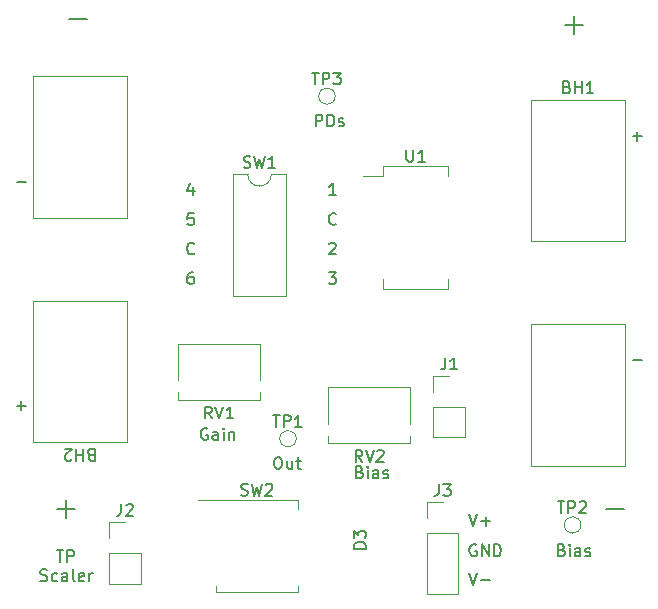
<source format=gbr>
%TF.GenerationSoftware,KiCad,Pcbnew,(6.0.11)*%
%TF.CreationDate,2023-02-15T13:18:50+01:00*%
%TF.ProjectId,FringeLocker,4672696e-6765-44c6-9f63-6b65722e6b69,0.1*%
%TF.SameCoordinates,Original*%
%TF.FileFunction,Legend,Top*%
%TF.FilePolarity,Positive*%
%FSLAX46Y46*%
G04 Gerber Fmt 4.6, Leading zero omitted, Abs format (unit mm)*
G04 Created by KiCad (PCBNEW (6.0.11)) date 2023-02-15 13:18:50*
%MOMM*%
%LPD*%
G01*
G04 APERTURE LIST*
%ADD10C,0.150000*%
%ADD11C,0.120000*%
%ADD12C,0.100000*%
G04 APERTURE END LIST*
D10*
X114738095Y-100142857D02*
X116261904Y-100142857D01*
X115500000Y-100904761D02*
X115500000Y-99380952D01*
X115738095Y-58642857D02*
X117261904Y-58642857D01*
X161238095Y-100142857D02*
X162761904Y-100142857D01*
X157738095Y-59142857D02*
X159261904Y-59142857D01*
X158500000Y-59904761D02*
X158500000Y-58380952D01*
X133366666Y-95752380D02*
X133557142Y-95752380D01*
X133652380Y-95800000D01*
X133747619Y-95895238D01*
X133795238Y-96085714D01*
X133795238Y-96419047D01*
X133747619Y-96609523D01*
X133652380Y-96704761D01*
X133557142Y-96752380D01*
X133366666Y-96752380D01*
X133271428Y-96704761D01*
X133176190Y-96609523D01*
X133128571Y-96419047D01*
X133128571Y-96085714D01*
X133176190Y-95895238D01*
X133271428Y-95800000D01*
X133366666Y-95752380D01*
X134652380Y-96085714D02*
X134652380Y-96752380D01*
X134223809Y-96085714D02*
X134223809Y-96609523D01*
X134271428Y-96704761D01*
X134366666Y-96752380D01*
X134509523Y-96752380D01*
X134604761Y-96704761D01*
X134652380Y-96657142D01*
X134985714Y-96085714D02*
X135366666Y-96085714D01*
X135128571Y-95752380D02*
X135128571Y-96609523D01*
X135176190Y-96704761D01*
X135271428Y-96752380D01*
X135366666Y-96752380D01*
X149647619Y-100552380D02*
X149980952Y-101552380D01*
X150314285Y-100552380D01*
X150647619Y-101171428D02*
X151409523Y-101171428D01*
X151028571Y-101552380D02*
X151028571Y-100790476D01*
X114714285Y-103647380D02*
X115285714Y-103647380D01*
X115000000Y-104647380D02*
X115000000Y-103647380D01*
X115619047Y-104647380D02*
X115619047Y-103647380D01*
X116000000Y-103647380D01*
X116095238Y-103695000D01*
X116142857Y-103742619D01*
X116190476Y-103837857D01*
X116190476Y-103980714D01*
X116142857Y-104075952D01*
X116095238Y-104123571D01*
X116000000Y-104171190D01*
X115619047Y-104171190D01*
X113333333Y-106209761D02*
X113476190Y-106257380D01*
X113714285Y-106257380D01*
X113809523Y-106209761D01*
X113857142Y-106162142D01*
X113904761Y-106066904D01*
X113904761Y-105971666D01*
X113857142Y-105876428D01*
X113809523Y-105828809D01*
X113714285Y-105781190D01*
X113523809Y-105733571D01*
X113428571Y-105685952D01*
X113380952Y-105638333D01*
X113333333Y-105543095D01*
X113333333Y-105447857D01*
X113380952Y-105352619D01*
X113428571Y-105305000D01*
X113523809Y-105257380D01*
X113761904Y-105257380D01*
X113904761Y-105305000D01*
X114761904Y-106209761D02*
X114666666Y-106257380D01*
X114476190Y-106257380D01*
X114380952Y-106209761D01*
X114333333Y-106162142D01*
X114285714Y-106066904D01*
X114285714Y-105781190D01*
X114333333Y-105685952D01*
X114380952Y-105638333D01*
X114476190Y-105590714D01*
X114666666Y-105590714D01*
X114761904Y-105638333D01*
X115619047Y-106257380D02*
X115619047Y-105733571D01*
X115571428Y-105638333D01*
X115476190Y-105590714D01*
X115285714Y-105590714D01*
X115190476Y-105638333D01*
X115619047Y-106209761D02*
X115523809Y-106257380D01*
X115285714Y-106257380D01*
X115190476Y-106209761D01*
X115142857Y-106114523D01*
X115142857Y-106019285D01*
X115190476Y-105924047D01*
X115285714Y-105876428D01*
X115523809Y-105876428D01*
X115619047Y-105828809D01*
X116238095Y-106257380D02*
X116142857Y-106209761D01*
X116095238Y-106114523D01*
X116095238Y-105257380D01*
X117000000Y-106209761D02*
X116904761Y-106257380D01*
X116714285Y-106257380D01*
X116619047Y-106209761D01*
X116571428Y-106114523D01*
X116571428Y-105733571D01*
X116619047Y-105638333D01*
X116714285Y-105590714D01*
X116904761Y-105590714D01*
X117000000Y-105638333D01*
X117047619Y-105733571D01*
X117047619Y-105828809D01*
X116571428Y-105924047D01*
X117476190Y-106257380D02*
X117476190Y-105590714D01*
X117476190Y-105781190D02*
X117523809Y-105685952D01*
X117571428Y-105638333D01*
X117666666Y-105590714D01*
X117761904Y-105590714D01*
X127464047Y-93337500D02*
X127368809Y-93289880D01*
X127225952Y-93289880D01*
X127083095Y-93337500D01*
X126987857Y-93432738D01*
X126940238Y-93527976D01*
X126892619Y-93718452D01*
X126892619Y-93861309D01*
X126940238Y-94051785D01*
X126987857Y-94147023D01*
X127083095Y-94242261D01*
X127225952Y-94289880D01*
X127321190Y-94289880D01*
X127464047Y-94242261D01*
X127511666Y-94194642D01*
X127511666Y-93861309D01*
X127321190Y-93861309D01*
X128368809Y-94289880D02*
X128368809Y-93766071D01*
X128321190Y-93670833D01*
X128225952Y-93623214D01*
X128035476Y-93623214D01*
X127940238Y-93670833D01*
X128368809Y-94242261D02*
X128273571Y-94289880D01*
X128035476Y-94289880D01*
X127940238Y-94242261D01*
X127892619Y-94147023D01*
X127892619Y-94051785D01*
X127940238Y-93956547D01*
X128035476Y-93908928D01*
X128273571Y-93908928D01*
X128368809Y-93861309D01*
X128845000Y-94289880D02*
X128845000Y-93623214D01*
X128845000Y-93289880D02*
X128797380Y-93337500D01*
X128845000Y-93385119D01*
X128892619Y-93337500D01*
X128845000Y-93289880D01*
X128845000Y-93385119D01*
X129321190Y-93623214D02*
X129321190Y-94289880D01*
X129321190Y-93718452D02*
X129368809Y-93670833D01*
X129464047Y-93623214D01*
X129606904Y-93623214D01*
X129702142Y-93670833D01*
X129749761Y-93766071D01*
X129749761Y-94289880D01*
X149647619Y-105552380D02*
X149980952Y-106552380D01*
X150314285Y-105552380D01*
X150647619Y-106171428D02*
X151409523Y-106171428D01*
X150238095Y-103200000D02*
X150142857Y-103152380D01*
X150000000Y-103152380D01*
X149857142Y-103200000D01*
X149761904Y-103295238D01*
X149714285Y-103390476D01*
X149666666Y-103580952D01*
X149666666Y-103723809D01*
X149714285Y-103914285D01*
X149761904Y-104009523D01*
X149857142Y-104104761D01*
X150000000Y-104152380D01*
X150095238Y-104152380D01*
X150238095Y-104104761D01*
X150285714Y-104057142D01*
X150285714Y-103723809D01*
X150095238Y-103723809D01*
X150714285Y-104152380D02*
X150714285Y-103152380D01*
X151285714Y-104152380D01*
X151285714Y-103152380D01*
X151761904Y-104152380D02*
X151761904Y-103152380D01*
X152000000Y-103152380D01*
X152142857Y-103200000D01*
X152238095Y-103295238D01*
X152285714Y-103390476D01*
X152333333Y-103580952D01*
X152333333Y-103723809D01*
X152285714Y-103914285D01*
X152238095Y-104009523D01*
X152142857Y-104104761D01*
X152000000Y-104152380D01*
X151761904Y-104152380D01*
X140376190Y-97028571D02*
X140519047Y-97076190D01*
X140566666Y-97123809D01*
X140614285Y-97219047D01*
X140614285Y-97361904D01*
X140566666Y-97457142D01*
X140519047Y-97504761D01*
X140423809Y-97552380D01*
X140042857Y-97552380D01*
X140042857Y-96552380D01*
X140376190Y-96552380D01*
X140471428Y-96600000D01*
X140519047Y-96647619D01*
X140566666Y-96742857D01*
X140566666Y-96838095D01*
X140519047Y-96933333D01*
X140471428Y-96980952D01*
X140376190Y-97028571D01*
X140042857Y-97028571D01*
X141042857Y-97552380D02*
X141042857Y-96885714D01*
X141042857Y-96552380D02*
X140995238Y-96600000D01*
X141042857Y-96647619D01*
X141090476Y-96600000D01*
X141042857Y-96552380D01*
X141042857Y-96647619D01*
X141947619Y-97552380D02*
X141947619Y-97028571D01*
X141900000Y-96933333D01*
X141804761Y-96885714D01*
X141614285Y-96885714D01*
X141519047Y-96933333D01*
X141947619Y-97504761D02*
X141852380Y-97552380D01*
X141614285Y-97552380D01*
X141519047Y-97504761D01*
X141471428Y-97409523D01*
X141471428Y-97314285D01*
X141519047Y-97219047D01*
X141614285Y-97171428D01*
X141852380Y-97171428D01*
X141947619Y-97123809D01*
X142376190Y-97504761D02*
X142471428Y-97552380D01*
X142661904Y-97552380D01*
X142757142Y-97504761D01*
X142804761Y-97409523D01*
X142804761Y-97361904D01*
X142757142Y-97266666D01*
X142661904Y-97219047D01*
X142519047Y-97219047D01*
X142423809Y-97171428D01*
X142376190Y-97076190D01*
X142376190Y-97028571D01*
X142423809Y-96933333D01*
X142519047Y-96885714D01*
X142661904Y-96885714D01*
X142757142Y-96933333D01*
X157476190Y-103628571D02*
X157619047Y-103676190D01*
X157666666Y-103723809D01*
X157714285Y-103819047D01*
X157714285Y-103961904D01*
X157666666Y-104057142D01*
X157619047Y-104104761D01*
X157523809Y-104152380D01*
X157142857Y-104152380D01*
X157142857Y-103152380D01*
X157476190Y-103152380D01*
X157571428Y-103200000D01*
X157619047Y-103247619D01*
X157666666Y-103342857D01*
X157666666Y-103438095D01*
X157619047Y-103533333D01*
X157571428Y-103580952D01*
X157476190Y-103628571D01*
X157142857Y-103628571D01*
X158142857Y-104152380D02*
X158142857Y-103485714D01*
X158142857Y-103152380D02*
X158095238Y-103200000D01*
X158142857Y-103247619D01*
X158190476Y-103200000D01*
X158142857Y-103152380D01*
X158142857Y-103247619D01*
X159047619Y-104152380D02*
X159047619Y-103628571D01*
X159000000Y-103533333D01*
X158904761Y-103485714D01*
X158714285Y-103485714D01*
X158619047Y-103533333D01*
X159047619Y-104104761D02*
X158952380Y-104152380D01*
X158714285Y-104152380D01*
X158619047Y-104104761D01*
X158571428Y-104009523D01*
X158571428Y-103914285D01*
X158619047Y-103819047D01*
X158714285Y-103771428D01*
X158952380Y-103771428D01*
X159047619Y-103723809D01*
X159476190Y-104104761D02*
X159571428Y-104152380D01*
X159761904Y-104152380D01*
X159857142Y-104104761D01*
X159904761Y-104009523D01*
X159904761Y-103961904D01*
X159857142Y-103866666D01*
X159761904Y-103819047D01*
X159619047Y-103819047D01*
X159523809Y-103771428D01*
X159476190Y-103676190D01*
X159476190Y-103628571D01*
X159523809Y-103533333D01*
X159619047Y-103485714D01*
X159761904Y-103485714D01*
X159857142Y-103533333D01*
X136633333Y-67752380D02*
X136633333Y-66752380D01*
X137014285Y-66752380D01*
X137109523Y-66800000D01*
X137157142Y-66847619D01*
X137204761Y-66942857D01*
X137204761Y-67085714D01*
X137157142Y-67180952D01*
X137109523Y-67228571D01*
X137014285Y-67276190D01*
X136633333Y-67276190D01*
X137633333Y-67752380D02*
X137633333Y-66752380D01*
X137871428Y-66752380D01*
X138014285Y-66800000D01*
X138109523Y-66895238D01*
X138157142Y-66990476D01*
X138204761Y-67180952D01*
X138204761Y-67323809D01*
X138157142Y-67514285D01*
X138109523Y-67609523D01*
X138014285Y-67704761D01*
X137871428Y-67752380D01*
X137633333Y-67752380D01*
X138585714Y-67704761D02*
X138680952Y-67752380D01*
X138871428Y-67752380D01*
X138966666Y-67704761D01*
X139014285Y-67609523D01*
X139014285Y-67561904D01*
X138966666Y-67466666D01*
X138871428Y-67419047D01*
X138728571Y-67419047D01*
X138633333Y-67371428D01*
X138585714Y-67276190D01*
X138585714Y-67228571D01*
X138633333Y-67133333D01*
X138728571Y-67085714D01*
X138871428Y-67085714D01*
X138966666Y-67133333D01*
%TO.C,TP2*%
X157138095Y-99504380D02*
X157709523Y-99504380D01*
X157423809Y-100504380D02*
X157423809Y-99504380D01*
X158042857Y-100504380D02*
X158042857Y-99504380D01*
X158423809Y-99504380D01*
X158519047Y-99552000D01*
X158566666Y-99599619D01*
X158614285Y-99694857D01*
X158614285Y-99837714D01*
X158566666Y-99932952D01*
X158519047Y-99980571D01*
X158423809Y-100028190D01*
X158042857Y-100028190D01*
X158995238Y-99599619D02*
X159042857Y-99552000D01*
X159138095Y-99504380D01*
X159376190Y-99504380D01*
X159471428Y-99552000D01*
X159519047Y-99599619D01*
X159566666Y-99694857D01*
X159566666Y-99790095D01*
X159519047Y-99932952D01*
X158947619Y-100504380D01*
X159566666Y-100504380D01*
%TO.C,RV2*%
X140589761Y-96159880D02*
X140256428Y-95683690D01*
X140018333Y-96159880D02*
X140018333Y-95159880D01*
X140399285Y-95159880D01*
X140494523Y-95207500D01*
X140542142Y-95255119D01*
X140589761Y-95350357D01*
X140589761Y-95493214D01*
X140542142Y-95588452D01*
X140494523Y-95636071D01*
X140399285Y-95683690D01*
X140018333Y-95683690D01*
X140875476Y-95159880D02*
X141208809Y-96159880D01*
X141542142Y-95159880D01*
X141827857Y-95255119D02*
X141875476Y-95207500D01*
X141970714Y-95159880D01*
X142208809Y-95159880D01*
X142304047Y-95207500D01*
X142351666Y-95255119D01*
X142399285Y-95350357D01*
X142399285Y-95445595D01*
X142351666Y-95588452D01*
X141780238Y-96159880D01*
X142399285Y-96159880D01*
%TO.C,J1*%
X147611666Y-87334880D02*
X147611666Y-88049166D01*
X147564047Y-88192023D01*
X147468809Y-88287261D01*
X147325952Y-88334880D01*
X147230714Y-88334880D01*
X148611666Y-88334880D02*
X148040238Y-88334880D01*
X148325952Y-88334880D02*
X148325952Y-87334880D01*
X148230714Y-87477738D01*
X148135476Y-87572976D01*
X148040238Y-87620595D01*
%TO.C,BH1*%
X157921428Y-64428571D02*
X158064285Y-64476190D01*
X158111904Y-64523809D01*
X158159523Y-64619047D01*
X158159523Y-64761904D01*
X158111904Y-64857142D01*
X158064285Y-64904761D01*
X157969047Y-64952380D01*
X157588095Y-64952380D01*
X157588095Y-63952380D01*
X157921428Y-63952380D01*
X158016666Y-64000000D01*
X158064285Y-64047619D01*
X158111904Y-64142857D01*
X158111904Y-64238095D01*
X158064285Y-64333333D01*
X158016666Y-64380952D01*
X157921428Y-64428571D01*
X157588095Y-64428571D01*
X158588095Y-64952380D02*
X158588095Y-63952380D01*
X158588095Y-64428571D02*
X159159523Y-64428571D01*
X159159523Y-64952380D02*
X159159523Y-63952380D01*
X160159523Y-64952380D02*
X159588095Y-64952380D01*
X159873809Y-64952380D02*
X159873809Y-63952380D01*
X159778571Y-64095238D01*
X159683333Y-64190476D01*
X159588095Y-64238095D01*
X163469047Y-87571428D02*
X164230952Y-87571428D01*
X163469047Y-68571428D02*
X164230952Y-68571428D01*
X163850000Y-68952380D02*
X163850000Y-68190476D01*
%TO.C,J3*%
X147066666Y-98042380D02*
X147066666Y-98756666D01*
X147019047Y-98899523D01*
X146923809Y-98994761D01*
X146780952Y-99042380D01*
X146685714Y-99042380D01*
X147447619Y-98042380D02*
X148066666Y-98042380D01*
X147733333Y-98423333D01*
X147876190Y-98423333D01*
X147971428Y-98470952D01*
X148019047Y-98518571D01*
X148066666Y-98613809D01*
X148066666Y-98851904D01*
X148019047Y-98947142D01*
X147971428Y-98994761D01*
X147876190Y-99042380D01*
X147590476Y-99042380D01*
X147495238Y-98994761D01*
X147447619Y-98947142D01*
%TO.C,RV1*%
X127864761Y-92484880D02*
X127531428Y-92008690D01*
X127293333Y-92484880D02*
X127293333Y-91484880D01*
X127674285Y-91484880D01*
X127769523Y-91532500D01*
X127817142Y-91580119D01*
X127864761Y-91675357D01*
X127864761Y-91818214D01*
X127817142Y-91913452D01*
X127769523Y-91961071D01*
X127674285Y-92008690D01*
X127293333Y-92008690D01*
X128150476Y-91484880D02*
X128483809Y-92484880D01*
X128817142Y-91484880D01*
X129674285Y-92484880D02*
X129102857Y-92484880D01*
X129388571Y-92484880D02*
X129388571Y-91484880D01*
X129293333Y-91627738D01*
X129198095Y-91722976D01*
X129102857Y-91770595D01*
%TO.C,TP1*%
X133038095Y-92204380D02*
X133609523Y-92204380D01*
X133323809Y-93204380D02*
X133323809Y-92204380D01*
X133942857Y-93204380D02*
X133942857Y-92204380D01*
X134323809Y-92204380D01*
X134419047Y-92252000D01*
X134466666Y-92299619D01*
X134514285Y-92394857D01*
X134514285Y-92537714D01*
X134466666Y-92632952D01*
X134419047Y-92680571D01*
X134323809Y-92728190D01*
X133942857Y-92728190D01*
X135466666Y-93204380D02*
X134895238Y-93204380D01*
X135180952Y-93204380D02*
X135180952Y-92204380D01*
X135085714Y-92347238D01*
X134990476Y-92442476D01*
X134895238Y-92490095D01*
%TO.C,D3*%
X140882380Y-103510595D02*
X139882380Y-103510595D01*
X139882380Y-103272500D01*
X139930000Y-103129642D01*
X140025238Y-103034404D01*
X140120476Y-102986785D01*
X140310952Y-102939166D01*
X140453809Y-102939166D01*
X140644285Y-102986785D01*
X140739523Y-103034404D01*
X140834761Y-103129642D01*
X140882380Y-103272500D01*
X140882380Y-103510595D01*
X139882380Y-102605833D02*
X139882380Y-101986785D01*
X140263333Y-102320119D01*
X140263333Y-102177261D01*
X140310952Y-102082023D01*
X140358571Y-102034404D01*
X140453809Y-101986785D01*
X140691904Y-101986785D01*
X140787142Y-102034404D01*
X140834761Y-102082023D01*
X140882380Y-102177261D01*
X140882380Y-102462976D01*
X140834761Y-102558214D01*
X140787142Y-102605833D01*
%TO.C,SW1*%
X130551666Y-71212261D02*
X130694523Y-71259880D01*
X130932619Y-71259880D01*
X131027857Y-71212261D01*
X131075476Y-71164642D01*
X131123095Y-71069404D01*
X131123095Y-70974166D01*
X131075476Y-70878928D01*
X131027857Y-70831309D01*
X130932619Y-70783690D01*
X130742142Y-70736071D01*
X130646904Y-70688452D01*
X130599285Y-70640833D01*
X130551666Y-70545595D01*
X130551666Y-70450357D01*
X130599285Y-70355119D01*
X130646904Y-70307500D01*
X130742142Y-70259880D01*
X130980238Y-70259880D01*
X131123095Y-70307500D01*
X131456428Y-70259880D02*
X131694523Y-71259880D01*
X131885000Y-70545595D01*
X132075476Y-71259880D01*
X132313571Y-70259880D01*
X133218333Y-71259880D02*
X132646904Y-71259880D01*
X132932619Y-71259880D02*
X132932619Y-70259880D01*
X132837380Y-70402738D01*
X132742142Y-70497976D01*
X132646904Y-70545595D01*
X138360714Y-73589880D02*
X137789285Y-73589880D01*
X138075000Y-73589880D02*
X138075000Y-72589880D01*
X137979761Y-72732738D01*
X137884523Y-72827976D01*
X137789285Y-72875595D01*
X126265476Y-80089880D02*
X126075000Y-80089880D01*
X125979761Y-80137500D01*
X125932142Y-80185119D01*
X125836904Y-80327976D01*
X125789285Y-80518452D01*
X125789285Y-80899404D01*
X125836904Y-80994642D01*
X125884523Y-81042261D01*
X125979761Y-81089880D01*
X126170238Y-81089880D01*
X126265476Y-81042261D01*
X126313095Y-80994642D01*
X126360714Y-80899404D01*
X126360714Y-80661309D01*
X126313095Y-80566071D01*
X126265476Y-80518452D01*
X126170238Y-80470833D01*
X125979761Y-80470833D01*
X125884523Y-80518452D01*
X125836904Y-80566071D01*
X125789285Y-80661309D01*
X137741666Y-80089880D02*
X138360714Y-80089880D01*
X138027380Y-80470833D01*
X138170238Y-80470833D01*
X138265476Y-80518452D01*
X138313095Y-80566071D01*
X138360714Y-80661309D01*
X138360714Y-80899404D01*
X138313095Y-80994642D01*
X138265476Y-81042261D01*
X138170238Y-81089880D01*
X137884523Y-81089880D01*
X137789285Y-81042261D01*
X137741666Y-80994642D01*
X138384523Y-75994642D02*
X138336904Y-76042261D01*
X138194047Y-76089880D01*
X138098809Y-76089880D01*
X137955952Y-76042261D01*
X137860714Y-75947023D01*
X137813095Y-75851785D01*
X137765476Y-75661309D01*
X137765476Y-75518452D01*
X137813095Y-75327976D01*
X137860714Y-75232738D01*
X137955952Y-75137500D01*
X138098809Y-75089880D01*
X138194047Y-75089880D01*
X138336904Y-75137500D01*
X138384523Y-75185119D01*
X137789285Y-77685119D02*
X137836904Y-77637500D01*
X137932142Y-77589880D01*
X138170238Y-77589880D01*
X138265476Y-77637500D01*
X138313095Y-77685119D01*
X138360714Y-77780357D01*
X138360714Y-77875595D01*
X138313095Y-78018452D01*
X137741666Y-78589880D01*
X138360714Y-78589880D01*
X126384523Y-78494642D02*
X126336904Y-78542261D01*
X126194047Y-78589880D01*
X126098809Y-78589880D01*
X125955952Y-78542261D01*
X125860714Y-78447023D01*
X125813095Y-78351785D01*
X125765476Y-78161309D01*
X125765476Y-78018452D01*
X125813095Y-77827976D01*
X125860714Y-77732738D01*
X125955952Y-77637500D01*
X126098809Y-77589880D01*
X126194047Y-77589880D01*
X126336904Y-77637500D01*
X126384523Y-77685119D01*
X126265476Y-72923214D02*
X126265476Y-73589880D01*
X126027380Y-72542261D02*
X125789285Y-73256547D01*
X126408333Y-73256547D01*
X126313095Y-75089880D02*
X125836904Y-75089880D01*
X125789285Y-75566071D01*
X125836904Y-75518452D01*
X125932142Y-75470833D01*
X126170238Y-75470833D01*
X126265476Y-75518452D01*
X126313095Y-75566071D01*
X126360714Y-75661309D01*
X126360714Y-75899404D01*
X126313095Y-75994642D01*
X126265476Y-76042261D01*
X126170238Y-76089880D01*
X125932142Y-76089880D01*
X125836904Y-76042261D01*
X125789285Y-75994642D01*
%TO.C,J2*%
X120166666Y-99727380D02*
X120166666Y-100441666D01*
X120119047Y-100584523D01*
X120023809Y-100679761D01*
X119880952Y-100727380D01*
X119785714Y-100727380D01*
X120595238Y-99822619D02*
X120642857Y-99775000D01*
X120738095Y-99727380D01*
X120976190Y-99727380D01*
X121071428Y-99775000D01*
X121119047Y-99822619D01*
X121166666Y-99917857D01*
X121166666Y-100013095D01*
X121119047Y-100155952D01*
X120547619Y-100727380D01*
X121166666Y-100727380D01*
%TO.C,TP3*%
X136338095Y-63204380D02*
X136909523Y-63204380D01*
X136623809Y-64204380D02*
X136623809Y-63204380D01*
X137242857Y-64204380D02*
X137242857Y-63204380D01*
X137623809Y-63204380D01*
X137719047Y-63252000D01*
X137766666Y-63299619D01*
X137814285Y-63394857D01*
X137814285Y-63537714D01*
X137766666Y-63632952D01*
X137719047Y-63680571D01*
X137623809Y-63728190D01*
X137242857Y-63728190D01*
X138147619Y-63204380D02*
X138766666Y-63204380D01*
X138433333Y-63585333D01*
X138576190Y-63585333D01*
X138671428Y-63632952D01*
X138719047Y-63680571D01*
X138766666Y-63775809D01*
X138766666Y-64013904D01*
X138719047Y-64109142D01*
X138671428Y-64156761D01*
X138576190Y-64204380D01*
X138290476Y-64204380D01*
X138195238Y-64156761D01*
X138147619Y-64109142D01*
%TO.C,SW2*%
X130316666Y-98974761D02*
X130459523Y-99022380D01*
X130697619Y-99022380D01*
X130792857Y-98974761D01*
X130840476Y-98927142D01*
X130888095Y-98831904D01*
X130888095Y-98736666D01*
X130840476Y-98641428D01*
X130792857Y-98593809D01*
X130697619Y-98546190D01*
X130507142Y-98498571D01*
X130411904Y-98450952D01*
X130364285Y-98403333D01*
X130316666Y-98308095D01*
X130316666Y-98212857D01*
X130364285Y-98117619D01*
X130411904Y-98070000D01*
X130507142Y-98022380D01*
X130745238Y-98022380D01*
X130888095Y-98070000D01*
X131221428Y-98022380D02*
X131459523Y-99022380D01*
X131650000Y-98308095D01*
X131840476Y-99022380D01*
X132078571Y-98022380D01*
X132411904Y-98117619D02*
X132459523Y-98070000D01*
X132554761Y-98022380D01*
X132792857Y-98022380D01*
X132888095Y-98070000D01*
X132935714Y-98117619D01*
X132983333Y-98212857D01*
X132983333Y-98308095D01*
X132935714Y-98450952D01*
X132364285Y-99022380D01*
X132983333Y-99022380D01*
%TO.C,U1*%
X144333095Y-69739880D02*
X144333095Y-70549404D01*
X144380714Y-70644642D01*
X144428333Y-70692261D01*
X144523571Y-70739880D01*
X144714047Y-70739880D01*
X144809285Y-70692261D01*
X144856904Y-70644642D01*
X144904523Y-70549404D01*
X144904523Y-69739880D01*
X145904523Y-70739880D02*
X145333095Y-70739880D01*
X145618809Y-70739880D02*
X145618809Y-69739880D01*
X145523571Y-69882738D01*
X145428333Y-69977976D01*
X145333095Y-70025595D01*
%TO.C,BH2*%
X117628571Y-95571428D02*
X117485714Y-95523809D01*
X117438095Y-95476190D01*
X117390476Y-95380952D01*
X117390476Y-95238095D01*
X117438095Y-95142857D01*
X117485714Y-95095238D01*
X117580952Y-95047619D01*
X117961904Y-95047619D01*
X117961904Y-96047619D01*
X117628571Y-96047619D01*
X117533333Y-96000000D01*
X117485714Y-95952380D01*
X117438095Y-95857142D01*
X117438095Y-95761904D01*
X117485714Y-95666666D01*
X117533333Y-95619047D01*
X117628571Y-95571428D01*
X117961904Y-95571428D01*
X116961904Y-95047619D02*
X116961904Y-96047619D01*
X116961904Y-95571428D02*
X116390476Y-95571428D01*
X116390476Y-95047619D02*
X116390476Y-96047619D01*
X115961904Y-95952380D02*
X115914285Y-96000000D01*
X115819047Y-96047619D01*
X115580952Y-96047619D01*
X115485714Y-96000000D01*
X115438095Y-95952380D01*
X115390476Y-95857142D01*
X115390476Y-95761904D01*
X115438095Y-95619047D01*
X116009523Y-95047619D01*
X115390476Y-95047619D01*
X112080952Y-91428571D02*
X111319047Y-91428571D01*
X111700000Y-91047619D02*
X111700000Y-91809523D01*
X112080952Y-72428571D02*
X111319047Y-72428571D01*
D11*
%TO.C,TP2*%
X159100000Y-101500000D02*
G75*
G03*
X159100000Y-101500000I-700000J0D01*
G01*
%TO.C,RV2*%
X137710000Y-94577500D02*
X137710000Y-93932500D01*
X137710000Y-92942500D02*
X137710000Y-89837500D01*
X144660000Y-92942500D02*
X144660000Y-89837500D01*
X144660000Y-94577500D02*
X137710000Y-94577500D01*
X144660000Y-89837500D02*
X137710000Y-89837500D01*
X144660000Y-94577500D02*
X144660000Y-93932500D01*
%TO.C,J1*%
X146615000Y-88882500D02*
X147945000Y-88882500D01*
X146615000Y-90212500D02*
X146615000Y-88882500D01*
X146615000Y-91482500D02*
X149275000Y-91482500D01*
X146615000Y-94082500D02*
X149275000Y-94082500D01*
X149275000Y-91482500D02*
X149275000Y-94082500D01*
X146615000Y-91482500D02*
X146615000Y-94082500D01*
%TO.C,BH1*%
X154850000Y-84500000D02*
X154850000Y-86500000D01*
X162850000Y-84500000D02*
X162850000Y-86500000D01*
X154850000Y-77500000D02*
X154850000Y-67500000D01*
X162850000Y-65500000D02*
X162850000Y-67500000D01*
X154850000Y-65500000D02*
X154850000Y-67500000D01*
X162850000Y-96500000D02*
X154850000Y-96500000D01*
X162850000Y-86500000D02*
X162850000Y-96500000D01*
X162850000Y-67500000D02*
X162850000Y-77500000D01*
X154850000Y-65500000D02*
X162850000Y-65500000D01*
X154850000Y-84500000D02*
X162850000Y-84500000D01*
X154850000Y-96500000D02*
X154850000Y-86500000D01*
X162850000Y-77500000D02*
X154850000Y-77500000D01*
%TO.C,J3*%
X146070000Y-100920000D02*
X146070000Y-99590000D01*
X146070000Y-99590000D02*
X147400000Y-99590000D01*
X146070000Y-107330000D02*
X148730000Y-107330000D01*
X146070000Y-102190000D02*
X146070000Y-107330000D01*
X148730000Y-102190000D02*
X148730000Y-107330000D01*
X146070000Y-102190000D02*
X148730000Y-102190000D01*
%TO.C,RV1*%
X131935000Y-90902500D02*
X131935000Y-90257500D01*
X131935000Y-86162500D02*
X124985000Y-86162500D01*
X131935000Y-89267500D02*
X131935000Y-86162500D01*
X124985000Y-90902500D02*
X124985000Y-90257500D01*
X131935000Y-90902500D02*
X124985000Y-90902500D01*
X124985000Y-89267500D02*
X124985000Y-86162500D01*
%TO.C,TP1*%
X135000000Y-94200000D02*
G75*
G03*
X135000000Y-94200000I-700000J0D01*
G01*
D12*
%TO.C,D3*%
X141650000Y-104037500D02*
G75*
G03*
X141650000Y-104037500I-50000J0D01*
G01*
D11*
%TO.C,SW1*%
X134135000Y-71807500D02*
X132885000Y-71807500D01*
X134135000Y-82087500D02*
X134135000Y-71807500D01*
X130885000Y-71807500D02*
X129635000Y-71807500D01*
X129635000Y-71807500D02*
X129635000Y-82087500D01*
X129635000Y-82087500D02*
X134135000Y-82087500D01*
X130885000Y-71807500D02*
G75*
G03*
X132885000Y-71807500I1000000J0D01*
G01*
%TO.C,J2*%
X119170000Y-101275000D02*
X120500000Y-101275000D01*
X119170000Y-102605000D02*
X119170000Y-101275000D01*
X119170000Y-106475000D02*
X121830000Y-106475000D01*
X121830000Y-103875000D02*
X121830000Y-106475000D01*
X119170000Y-103875000D02*
X121830000Y-103875000D01*
X119170000Y-103875000D02*
X119170000Y-106475000D01*
%TO.C,TP3*%
X138300000Y-65200000D02*
G75*
G03*
X138300000Y-65200000I-700000J0D01*
G01*
%TO.C,SW2*%
X135120000Y-99355000D02*
X128150000Y-99355000D01*
X128180000Y-107175000D02*
X135120000Y-107175000D01*
X135120000Y-107175000D02*
X135120000Y-106655000D01*
X128150000Y-99375000D02*
X126650000Y-99375000D01*
X135120000Y-100115000D02*
X135120000Y-99355000D01*
X128180000Y-106655000D02*
X128180000Y-107175000D01*
X128150000Y-99355000D02*
X128150000Y-99375000D01*
%TO.C,U1*%
X145095000Y-81547500D02*
X142335000Y-81547500D01*
X145095000Y-81547500D02*
X147855000Y-81547500D01*
X145095000Y-71127500D02*
X142335000Y-71127500D01*
X145095000Y-71127500D02*
X147855000Y-71127500D01*
X142335000Y-71127500D02*
X142335000Y-71967500D01*
X147855000Y-81547500D02*
X147855000Y-80707500D01*
X142335000Y-71967500D02*
X140645000Y-71967500D01*
X147855000Y-71127500D02*
X147855000Y-71967500D01*
X142335000Y-81547500D02*
X142335000Y-80707500D01*
%TO.C,BH2*%
X112700000Y-92500000D02*
X112700000Y-82500000D01*
X120700000Y-94500000D02*
X120700000Y-92500000D01*
X112700000Y-73500000D02*
X112700000Y-63500000D01*
X112700000Y-75500000D02*
X112700000Y-73500000D01*
X112700000Y-63500000D02*
X120700000Y-63500000D01*
X120700000Y-82500000D02*
X120700000Y-92500000D01*
X120700000Y-63500000D02*
X120700000Y-73500000D01*
X112700000Y-82500000D02*
X120700000Y-82500000D01*
X112700000Y-94500000D02*
X112700000Y-92500000D01*
X120700000Y-94500000D02*
X112700000Y-94500000D01*
X120700000Y-75500000D02*
X120700000Y-73500000D01*
X120700000Y-75500000D02*
X112700000Y-75500000D01*
%TD*%
M02*

</source>
